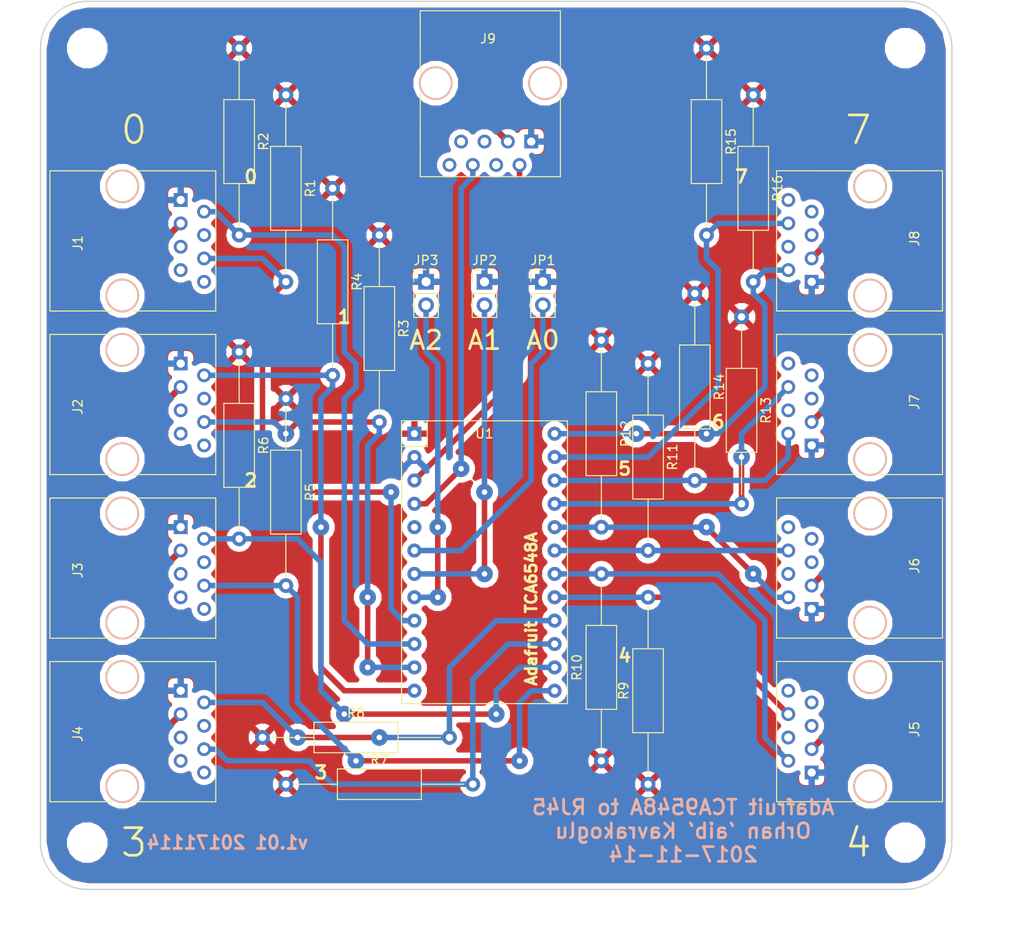
<source format=kicad_pcb>
(kicad_pcb (version 4) (host pcbnew 4.0.7-e2-6376~58~ubuntu17.04.1)
  (layers (0 F.Cu signal) (31 B.Cu signal) (34 B.Paste user) (35 F.Paste user) (36 B.SilkS user) (37 F.SilkS user) (38 B.Mask user) (39 F.Mask user) (44 Edge.Cuts user))
  (net 0 "")
  (net 1 GND)
  (net 2 "Net-(J1-Pad2)")
  (net 3 VCC)
  (net 4 "Net-(J1-Pad4)")
  (net 5 "Net-(J1-Pad5)")
  (net 6 "Net-(J1-Pad6)")
  (net 7 "Net-(J1-Pad7)")
  (net 8 "Net-(J1-Pad8)")
  (net 9 "Net-(J2-Pad2)")
  (net 10 "Net-(J2-Pad4)")
  (net 11 "Net-(J2-Pad5)")
  (net 12 "Net-(J2-Pad6)")
  (net 13 "Net-(J2-Pad7)")
  (net 14 "Net-(J2-Pad8)")
  (net 15 "Net-(J3-Pad2)")
  (net 16 "Net-(J3-Pad4)")
  (net 17 "Net-(J3-Pad5)")
  (net 18 "Net-(J3-Pad6)")
  (net 19 "Net-(J3-Pad7)")
  (net 20 "Net-(J3-Pad8)")
  (net 21 "Net-(J4-Pad2)")
  (net 22 "Net-(J4-Pad4)")
  (net 23 "Net-(J4-Pad5)")
  (net 24 "Net-(J4-Pad6)")
  (net 25 "Net-(J4-Pad7)")
  (net 26 "Net-(J4-Pad8)")
  (net 27 "Net-(J5-Pad2)")
  (net 28 "Net-(J5-Pad4)")
  (net 29 "Net-(J5-Pad5)")
  (net 30 "Net-(J5-Pad6)")
  (net 31 "Net-(J5-Pad7)")
  (net 32 "Net-(J5-Pad8)")
  (net 33 "Net-(J6-Pad2)")
  (net 34 "Net-(J6-Pad4)")
  (net 35 "Net-(J6-Pad5)")
  (net 36 "Net-(J6-Pad6)")
  (net 37 "Net-(J6-Pad7)")
  (net 38 "Net-(J6-Pad8)")
  (net 39 "Net-(J7-Pad2)")
  (net 40 "Net-(J7-Pad4)")
  (net 41 "Net-(J7-Pad5)")
  (net 42 "Net-(J7-Pad6)")
  (net 43 "Net-(J7-Pad7)")
  (net 44 "Net-(J7-Pad8)")
  (net 45 "Net-(J8-Pad2)")
  (net 46 "Net-(J8-Pad4)")
  (net 47 "Net-(J8-Pad5)")
  (net 48 "Net-(J8-Pad6)")
  (net 49 "Net-(J8-Pad7)")
  (net 50 "Net-(J8-Pad8)")
  (net 51 "Net-(J9-Pad2)")
  (net 52 "Net-(J9-Pad4)")
  (net 53 "Net-(J9-Pad5)")
  (net 54 "Net-(J9-Pad6)")
  (net 55 "Net-(J9-Pad7)")
  (net 56 "Net-(J9-Pad8)")
  (net 57 "Net-(JP1-Pad2)")
  (net 58 "Net-(JP2-Pad2)")
  (net 59 "Net-(JP3-Pad2)")
  (net 60 "Net-(U1-Pad5)")
  (module Adafruit_TCA9548A:Adafruit_TCA9548A (layer F.Cu) (at 130.81 96.52)
    (fp_text reference U1 (at 7.62 0) (layer F.SilkS))
    (fp_text value Adafruit_TCA6548A)
    (pad 1 thru_hole rect (at 0 0) (size 1.524 1.524) (drill 0.762) (layers *.Cu *.Mask) (net 3 VCC))
    (pad 2 thru_hole circle (at 0 2.54) (size 1.524 1.524) (drill 0.762) (layers *.Cu *.Mask) (net 1 GND))
    (pad 3 thru_hole circle (at 0 5.08) (size 1.524 1.524) (drill 0.762) (layers *.Cu *.Mask) (net 51 "Net-(J9-Pad2)"))
    (pad 4 thru_hole circle (at 0 7.62) (size 1.524 1.524) (drill 0.762) (layers *.Cu *.Mask) (net 54 "Net-(J9-Pad6)"))
    (pad 5 thru_hole circle (at 0 10.16) (size 1.524 1.524) (drill 0.762) (layers *.Cu *.Mask) (net 60 "Net-(U1-Pad5)"))
    (pad 6 thru_hole circle (at 0 12.7) (size 1.524 1.524) (drill 0.762) (layers *.Cu *.Mask) (net 57 "Net-(JP1-Pad2)"))
    (pad 7 thru_hole circle (at 0 15.24) (size 1.524 1.524) (drill 0.762) (layers *.Cu *.Mask) (net 58 "Net-(JP2-Pad2)"))
    (pad 8 thru_hole circle (at 0 17.78) (size 1.524 1.524) (drill 0.762) (layers *.Cu *.Mask) (net 59 "Net-(JP3-Pad2)"))
    (pad 9 thru_hole circle (at 0 20.32) (size 1.524 1.524) (drill 0.762) (layers *.Cu *.Mask) (net 6 "Net-(J1-Pad6)"))
    (pad 10 thru_hole circle (at 0 22.86) (size 1.524 1.524) (drill 0.762) (layers *.Cu *.Mask) (net 2 "Net-(J1-Pad2)"))
    (pad 11 thru_hole circle (at 0 25.4) (size 1.524 1.524) (drill 0.762) (layers *.Cu *.Mask) (net 12 "Net-(J2-Pad6)"))
    (pad 12 thru_hole circle (at 0 27.94) (size 1.524 1.524) (drill 0.762) (layers *.Cu *.Mask) (net 9 "Net-(J2-Pad2)"))
    (pad 13 thru_hole circle (at 15.24 27.94) (size 1.524 1.524) (drill 0.762) (layers *.Cu *.Mask) (net 18 "Net-(J3-Pad6)"))
    (pad 14 thru_hole circle (at 15.24 25.4) (size 1.524 1.524) (drill 0.762) (layers *.Cu *.Mask) (net 15 "Net-(J3-Pad2)"))
    (pad 15 thru_hole circle (at 15.24 22.86) (size 1.524 1.524) (drill 0.762) (layers *.Cu *.Mask) (net 24 "Net-(J4-Pad6)"))
    (pad 16 thru_hole circle (at 15.24 20.32) (size 1.524 1.524) (drill 0.762) (layers *.Cu *.Mask) (net 21 "Net-(J4-Pad2)"))
    (pad 17 thru_hole circle (at 15.24 17.78) (size 1.524 1.524) (drill 0.762) (layers *.Cu *.Mask) (net 30 "Net-(J5-Pad6)"))
    (pad 18 thru_hole circle (at 15.24 15.24) (size 1.524 1.524) (drill 0.762) (layers *.Cu *.Mask) (net 27 "Net-(J5-Pad2)"))
    (pad 19 thru_hole circle (at 15.24 12.7) (size 1.524 1.524) (drill 0.762) (layers *.Cu *.Mask) (net 36 "Net-(J6-Pad6)"))
    (pad 20 thru_hole circle (at 15.24 10.16) (size 1.524 1.524) (drill 0.762) (layers *.Cu *.Mask) (net 33 "Net-(J6-Pad2)"))
    (pad 21 thru_hole circle (at 15.24 7.62) (size 1.524 1.524) (drill 0.762) (layers *.Cu *.Mask) (net 42 "Net-(J7-Pad6)"))
    (pad 22 thru_hole circle (at 15.24 5.08) (size 1.524 1.524) (drill 0.762) (layers *.Cu *.Mask) (net 39 "Net-(J7-Pad2)"))
    (pad 23 thru_hole circle (at 15.24 2.54) (size 1.524 1.524) (drill 0.762) (layers *.Cu *.Mask) (net 48 "Net-(J8-Pad6)"))
    (pad 24 thru_hole circle (at 15.24 0) (size 1.524 1.524) (drill 0.762) (layers *.Cu *.Mask) (net 45 "Net-(J8-Pad2)"))
  )
  (module Resistors_THT:R_Axial_DIN0309_L9.0mm_D3.2mm_P20.32mm_Horizontal (layer F.Cu) (at 116.84 59.69 270)
    (fp_text reference R1 (at 10.16 -2.66 270) (layer F.SilkS))
    (fp_text value R_Small)
    (pad 1 thru_hole circle (at 0 0 270) (size 1.6 1.6) (drill 0.8) (layers *.Cu *.Mask) (net 3 VCC))
    (pad 2 thru_hole oval (at 20.32 0 270) (size 1.6 1.6) (drill 0.8) (layers *.Cu *.Mask) (net 6 "Net-(J1-Pad6)"))
  )
  (module Resistors_THT:R_Axial_DIN0309_L9.0mm_D3.2mm_P20.32mm_Horizontal (layer F.Cu) (at 167.64 59.69 270)
    (fp_text reference R16 (at 10.16 -2.66 270) (layer F.SilkS))
    (fp_text value R_Small)
    (pad 1 thru_hole circle (at 0 0 270) (size 1.6 1.6) (drill 0.8) (layers *.Cu *.Mask) (net 3 VCC))
    (pad 2 thru_hole oval (at 20.32 0 270) (size 1.6 1.6) (drill 0.8) (layers *.Cu *.Mask) (net 45 "Net-(J8-Pad2)"))
  )
  (module Resistors_THT:R_Axial_DIN0309_L9.0mm_D3.2mm_P20.32mm_Horizontal (layer F.Cu) (at 166.37 83.82 270)
    (fp_text reference R13 (at 10.16 -2.66 270) (layer F.SilkS))
    (fp_text value R_Small)
    (pad 1 thru_hole circle (at 0 0 270) (size 1.6 1.6) (drill 0.8) (layers *.Cu *.Mask) (net 3 VCC))
    (pad 2 thru_hole oval (at 20.32 0 270) (size 1.6 1.6) (drill 0.8) (layers *.Cu *.Mask) (net 42 "Net-(J7-Pad6)"))
  )
  (module Connectors:RJ45_8 (layer F.Cu) (at 105.41 71.12 270)
    (fp_text reference J1 (at 4.7 11.18 270) (layer F.SilkS))
    (fp_text value RJ45)
    (pad Hole np_thru_hole circle (at 10.38 6.35 270) (size 3.65 3.65) (drill 3.25) (layers *.Cu *.SilkS *.Mask))
    (pad Hole np_thru_hole circle (at -1.49 6.35 270) (size 3.65 3.65) (drill 3.25) (layers *.Cu *.SilkS *.Mask))
    (pad 1 thru_hole rect (at 0 0 270) (size 1.5 1.5) (drill 0.9) (layers *.Cu *.Mask) (net 1 GND))
    (pad 2 thru_hole circle (at 1.27 -2.54 270) (size 1.5 1.5) (drill 0.9) (layers *.Cu *.Mask) (net 2 "Net-(J1-Pad2)"))
    (pad 3 thru_hole circle (at 2.54 0 270) (size 1.5 1.5) (drill 0.9) (layers *.Cu *.Mask) (net 3 VCC))
    (pad 4 thru_hole circle (at 3.81 -2.54 270) (size 1.5 1.5) (drill 0.9) (layers *.Cu *.Mask) (net 4 "Net-(J1-Pad4)"))
    (pad 5 thru_hole circle (at 5.08 0 270) (size 1.5 1.5) (drill 0.9) (layers *.Cu *.Mask) (net 5 "Net-(J1-Pad5)"))
    (pad 6 thru_hole circle (at 6.35 -2.54 270) (size 1.5 1.5) (drill 0.9) (layers *.Cu *.Mask) (net 6 "Net-(J1-Pad6)"))
    (pad 7 thru_hole circle (at 7.62 0 270) (size 1.5 1.5) (drill 0.9) (layers *.Cu *.Mask) (net 7 "Net-(J1-Pad7)"))
    (pad 8 thru_hole circle (at 8.89 -2.54 270) (size 1.5 1.5) (drill 0.9) (layers *.Cu *.Mask) (net 8 "Net-(J1-Pad8)"))
  )
  (module Connectors:RJ45_8 (layer F.Cu) (at 105.41 88.9 270)
    (fp_text reference J2 (at 4.7 11.18 270) (layer F.SilkS))
    (fp_text value RJ45)
    (pad Hole np_thru_hole circle (at 10.38 6.35 270) (size 3.65 3.65) (drill 3.25) (layers *.Cu *.SilkS *.Mask))
    (pad Hole np_thru_hole circle (at -1.49 6.35 270) (size 3.65 3.65) (drill 3.25) (layers *.Cu *.SilkS *.Mask))
    (pad 1 thru_hole rect (at 0 0 270) (size 1.5 1.5) (drill 0.9) (layers *.Cu *.Mask) (net 1 GND))
    (pad 2 thru_hole circle (at 1.27 -2.54 270) (size 1.5 1.5) (drill 0.9) (layers *.Cu *.Mask) (net 9 "Net-(J2-Pad2)"))
    (pad 3 thru_hole circle (at 2.54 0 270) (size 1.5 1.5) (drill 0.9) (layers *.Cu *.Mask) (net 3 VCC))
    (pad 4 thru_hole circle (at 3.81 -2.54 270) (size 1.5 1.5) (drill 0.9) (layers *.Cu *.Mask) (net 10 "Net-(J2-Pad4)"))
    (pad 5 thru_hole circle (at 5.08 0 270) (size 1.5 1.5) (drill 0.9) (layers *.Cu *.Mask) (net 11 "Net-(J2-Pad5)"))
    (pad 6 thru_hole circle (at 6.35 -2.54 270) (size 1.5 1.5) (drill 0.9) (layers *.Cu *.Mask) (net 12 "Net-(J2-Pad6)"))
    (pad 7 thru_hole circle (at 7.62 0 270) (size 1.5 1.5) (drill 0.9) (layers *.Cu *.Mask) (net 13 "Net-(J2-Pad7)"))
    (pad 8 thru_hole circle (at 8.89 -2.54 270) (size 1.5 1.5) (drill 0.9) (layers *.Cu *.Mask) (net 14 "Net-(J2-Pad8)"))
  )
  (module Connectors:RJ45_8 (layer F.Cu) (at 105.41 106.68 270)
    (fp_text reference J3 (at 4.7 11.18 270) (layer F.SilkS))
    (fp_text value RJ45)
    (pad Hole np_thru_hole circle (at 10.38 6.35 270) (size 3.65 3.65) (drill 3.25) (layers *.Cu *.SilkS *.Mask))
    (pad Hole np_thru_hole circle (at -1.49 6.35 270) (size 3.65 3.65) (drill 3.25) (layers *.Cu *.SilkS *.Mask))
    (pad 1 thru_hole rect (at 0 0 270) (size 1.5 1.5) (drill 0.9) (layers *.Cu *.Mask) (net 1 GND))
    (pad 2 thru_hole circle (at 1.27 -2.54 270) (size 1.5 1.5) (drill 0.9) (layers *.Cu *.Mask) (net 15 "Net-(J3-Pad2)"))
    (pad 3 thru_hole circle (at 2.54 0 270) (size 1.5 1.5) (drill 0.9) (layers *.Cu *.Mask) (net 3 VCC))
    (pad 4 thru_hole circle (at 3.81 -2.54 270) (size 1.5 1.5) (drill 0.9) (layers *.Cu *.Mask) (net 16 "Net-(J3-Pad4)"))
    (pad 5 thru_hole circle (at 5.08 0 270) (size 1.5 1.5) (drill 0.9) (layers *.Cu *.Mask) (net 17 "Net-(J3-Pad5)"))
    (pad 6 thru_hole circle (at 6.35 -2.54 270) (size 1.5 1.5) (drill 0.9) (layers *.Cu *.Mask) (net 18 "Net-(J3-Pad6)"))
    (pad 7 thru_hole circle (at 7.62 0 270) (size 1.5 1.5) (drill 0.9) (layers *.Cu *.Mask) (net 19 "Net-(J3-Pad7)"))
    (pad 8 thru_hole circle (at 8.89 -2.54 270) (size 1.5 1.5) (drill 0.9) (layers *.Cu *.Mask) (net 20 "Net-(J3-Pad8)"))
  )
  (module Connectors:RJ45_8 (layer F.Cu) (at 105.41 124.46 270)
    (fp_text reference J4 (at 4.7 11.18 270) (layer F.SilkS))
    (fp_text value RJ45)
    (pad Hole np_thru_hole circle (at 10.38 6.35 270) (size 3.65 3.65) (drill 3.25) (layers *.Cu *.SilkS *.Mask))
    (pad Hole np_thru_hole circle (at -1.49 6.35 270) (size 3.65 3.65) (drill 3.25) (layers *.Cu *.SilkS *.Mask))
    (pad 1 thru_hole rect (at 0 0 270) (size 1.5 1.5) (drill 0.9) (layers *.Cu *.Mask) (net 1 GND))
    (pad 2 thru_hole circle (at 1.27 -2.54 270) (size 1.5 1.5) (drill 0.9) (layers *.Cu *.Mask) (net 21 "Net-(J4-Pad2)"))
    (pad 3 thru_hole circle (at 2.54 0 270) (size 1.5 1.5) (drill 0.9) (layers *.Cu *.Mask) (net 3 VCC))
    (pad 4 thru_hole circle (at 3.81 -2.54 270) (size 1.5 1.5) (drill 0.9) (layers *.Cu *.Mask) (net 22 "Net-(J4-Pad4)"))
    (pad 5 thru_hole circle (at 5.08 0 270) (size 1.5 1.5) (drill 0.9) (layers *.Cu *.Mask) (net 23 "Net-(J4-Pad5)"))
    (pad 6 thru_hole circle (at 6.35 -2.54 270) (size 1.5 1.5) (drill 0.9) (layers *.Cu *.Mask) (net 24 "Net-(J4-Pad6)"))
    (pad 7 thru_hole circle (at 7.62 0 270) (size 1.5 1.5) (drill 0.9) (layers *.Cu *.Mask) (net 25 "Net-(J4-Pad7)"))
    (pad 8 thru_hole circle (at 8.89 -2.54 270) (size 1.5 1.5) (drill 0.9) (layers *.Cu *.Mask) (net 26 "Net-(J4-Pad8)"))
  )
  (module Connectors:RJ45_8 (layer F.Cu) (at 173.99 133.35 90)
    (fp_text reference J5 (at 4.7 11.18 90) (layer F.SilkS))
    (fp_text value RJ45)
    (pad Hole np_thru_hole circle (at 10.38 6.35 90) (size 3.65 3.65) (drill 3.25) (layers *.Cu *.SilkS *.Mask))
    (pad Hole np_thru_hole circle (at -1.49 6.35 90) (size 3.65 3.65) (drill 3.25) (layers *.Cu *.SilkS *.Mask))
    (pad 1 thru_hole rect (at 0 0 90) (size 1.5 1.5) (drill 0.9) (layers *.Cu *.Mask) (net 1 GND))
    (pad 2 thru_hole circle (at 1.27 -2.54 90) (size 1.5 1.5) (drill 0.9) (layers *.Cu *.Mask) (net 27 "Net-(J5-Pad2)"))
    (pad 3 thru_hole circle (at 2.54 0 90) (size 1.5 1.5) (drill 0.9) (layers *.Cu *.Mask) (net 3 VCC))
    (pad 4 thru_hole circle (at 3.81 -2.54 90) (size 1.5 1.5) (drill 0.9) (layers *.Cu *.Mask) (net 28 "Net-(J5-Pad4)"))
    (pad 5 thru_hole circle (at 5.08 0 90) (size 1.5 1.5) (drill 0.9) (layers *.Cu *.Mask) (net 29 "Net-(J5-Pad5)"))
    (pad 6 thru_hole circle (at 6.35 -2.54 90) (size 1.5 1.5) (drill 0.9) (layers *.Cu *.Mask) (net 30 "Net-(J5-Pad6)"))
    (pad 7 thru_hole circle (at 7.62 0 90) (size 1.5 1.5) (drill 0.9) (layers *.Cu *.Mask) (net 31 "Net-(J5-Pad7)"))
    (pad 8 thru_hole circle (at 8.89 -2.54 90) (size 1.5 1.5) (drill 0.9) (layers *.Cu *.Mask) (net 32 "Net-(J5-Pad8)"))
  )
  (module Connectors:RJ45_8 (layer F.Cu) (at 173.99 115.57 90)
    (fp_text reference J6 (at 4.7 11.18 90) (layer F.SilkS))
    (fp_text value RJ45)
    (pad Hole np_thru_hole circle (at 10.38 6.35 90) (size 3.65 3.65) (drill 3.25) (layers *.Cu *.SilkS *.Mask))
    (pad Hole np_thru_hole circle (at -1.49 6.35 90) (size 3.65 3.65) (drill 3.25) (layers *.Cu *.SilkS *.Mask))
    (pad 1 thru_hole rect (at 0 0 90) (size 1.5 1.5) (drill 0.9) (layers *.Cu *.Mask) (net 1 GND))
    (pad 2 thru_hole circle (at 1.27 -2.54 90) (size 1.5 1.5) (drill 0.9) (layers *.Cu *.Mask) (net 33 "Net-(J6-Pad2)"))
    (pad 3 thru_hole circle (at 2.54 0 90) (size 1.5 1.5) (drill 0.9) (layers *.Cu *.Mask) (net 3 VCC))
    (pad 4 thru_hole circle (at 3.81 -2.54 90) (size 1.5 1.5) (drill 0.9) (layers *.Cu *.Mask) (net 34 "Net-(J6-Pad4)"))
    (pad 5 thru_hole circle (at 5.08 0 90) (size 1.5 1.5) (drill 0.9) (layers *.Cu *.Mask) (net 35 "Net-(J6-Pad5)"))
    (pad 6 thru_hole circle (at 6.35 -2.54 90) (size 1.5 1.5) (drill 0.9) (layers *.Cu *.Mask) (net 36 "Net-(J6-Pad6)"))
    (pad 7 thru_hole circle (at 7.62 0 90) (size 1.5 1.5) (drill 0.9) (layers *.Cu *.Mask) (net 37 "Net-(J6-Pad7)"))
    (pad 8 thru_hole circle (at 8.89 -2.54 90) (size 1.5 1.5) (drill 0.9) (layers *.Cu *.Mask) (net 38 "Net-(J6-Pad8)"))
  )
  (module Connectors:RJ45_8 (layer F.Cu) (at 173.99 97.79 90)
    (fp_text reference J7 (at 4.7 11.18 90) (layer F.SilkS))
    (fp_text value RJ45)
    (pad Hole np_thru_hole circle (at 10.38 6.35 90) (size 3.65 3.65) (drill 3.25) (layers *.Cu *.SilkS *.Mask))
    (pad Hole np_thru_hole circle (at -1.49 6.35 90) (size 3.65 3.65) (drill 3.25) (layers *.Cu *.SilkS *.Mask))
    (pad 1 thru_hole rect (at 0 0 90) (size 1.5 1.5) (drill 0.9) (layers *.Cu *.Mask) (net 1 GND))
    (pad 2 thru_hole circle (at 1.27 -2.54 90) (size 1.5 1.5) (drill 0.9) (layers *.Cu *.Mask) (net 39 "Net-(J7-Pad2)"))
    (pad 3 thru_hole circle (at 2.54 0 90) (size 1.5 1.5) (drill 0.9) (layers *.Cu *.Mask) (net 3 VCC))
    (pad 4 thru_hole circle (at 3.81 -2.54 90) (size 1.5 1.5) (drill 0.9) (layers *.Cu *.Mask) (net 40 "Net-(J7-Pad4)"))
    (pad 5 thru_hole circle (at 5.08 0 90) (size 1.5 1.5) (drill 0.9) (layers *.Cu *.Mask) (net 41 "Net-(J7-Pad5)"))
    (pad 6 thru_hole circle (at 6.35 -2.54 90) (size 1.5 1.5) (drill 0.9) (layers *.Cu *.Mask) (net 42 "Net-(J7-Pad6)"))
    (pad 7 thru_hole circle (at 7.62 0 90) (size 1.5 1.5) (drill 0.9) (layers *.Cu *.Mask) (net 43 "Net-(J7-Pad7)"))
    (pad 8 thru_hole circle (at 8.89 -2.54 90) (size 1.5 1.5) (drill 0.9) (layers *.Cu *.Mask) (net 44 "Net-(J7-Pad8)"))
  )
  (module Connectors:RJ45_8 (layer F.Cu) (at 173.99 80.01 90)
    (fp_text reference J8 (at 4.7 11.18 90) (layer F.SilkS))
    (fp_text value RJ45)
    (pad Hole np_thru_hole circle (at 10.38 6.35 90) (size 3.65 3.65) (drill 3.25) (layers *.Cu *.SilkS *.Mask))
    (pad Hole np_thru_hole circle (at -1.49 6.35 90) (size 3.65 3.65) (drill 3.25) (layers *.Cu *.SilkS *.Mask))
    (pad 1 thru_hole rect (at 0 0 90) (size 1.5 1.5) (drill 0.9) (layers *.Cu *.Mask) (net 1 GND))
    (pad 2 thru_hole circle (at 1.27 -2.54 90) (size 1.5 1.5) (drill 0.9) (layers *.Cu *.Mask) (net 45 "Net-(J8-Pad2)"))
    (pad 3 thru_hole circle (at 2.54 0 90) (size 1.5 1.5) (drill 0.9) (layers *.Cu *.Mask) (net 3 VCC))
    (pad 4 thru_hole circle (at 3.81 -2.54 90) (size 1.5 1.5) (drill 0.9) (layers *.Cu *.Mask) (net 46 "Net-(J8-Pad4)"))
    (pad 5 thru_hole circle (at 5.08 0 90) (size 1.5 1.5) (drill 0.9) (layers *.Cu *.Mask) (net 47 "Net-(J8-Pad5)"))
    (pad 6 thru_hole circle (at 6.35 -2.54 90) (size 1.5 1.5) (drill 0.9) (layers *.Cu *.Mask) (net 48 "Net-(J8-Pad6)"))
    (pad 7 thru_hole circle (at 7.62 0 90) (size 1.5 1.5) (drill 0.9) (layers *.Cu *.Mask) (net 49 "Net-(J8-Pad7)"))
    (pad 8 thru_hole circle (at 8.89 -2.54 90) (size 1.5 1.5) (drill 0.9) (layers *.Cu *.Mask) (net 50 "Net-(J8-Pad8)"))
  )
  (module Connectors:RJ45_8 (layer F.Cu) (at 143.51 64.77 180)
    (fp_text reference J9 (at 4.7 11.18 180) (layer F.SilkS))
    (fp_text value RJ45)
    (pad Hole np_thru_hole circle (at 10.38 6.35 180) (size 3.65 3.65) (drill 3.25) (layers *.Cu *.SilkS *.Mask))
    (pad Hole np_thru_hole circle (at -1.49 6.35 180) (size 3.65 3.65) (drill 3.25) (layers *.Cu *.SilkS *.Mask))
    (pad 1 thru_hole rect (at 0 0 180) (size 1.5 1.5) (drill 0.9) (layers *.Cu *.Mask) (net 1 GND))
    (pad 2 thru_hole circle (at 1.27 -2.54 180) (size 1.5 1.5) (drill 0.9) (layers *.Cu *.Mask) (net 51 "Net-(J9-Pad2)"))
    (pad 3 thru_hole circle (at 2.54 0 180) (size 1.5 1.5) (drill 0.9) (layers *.Cu *.Mask) (net 3 VCC))
    (pad 4 thru_hole circle (at 3.81 -2.54 180) (size 1.5 1.5) (drill 0.9) (layers *.Cu *.Mask) (net 52 "Net-(J9-Pad4)"))
    (pad 5 thru_hole circle (at 5.08 0 180) (size 1.5 1.5) (drill 0.9) (layers *.Cu *.Mask) (net 53 "Net-(J9-Pad5)"))
    (pad 6 thru_hole circle (at 6.35 -2.54 180) (size 1.5 1.5) (drill 0.9) (layers *.Cu *.Mask) (net 54 "Net-(J9-Pad6)"))
    (pad 7 thru_hole circle (at 7.62 0 180) (size 1.5 1.5) (drill 0.9) (layers *.Cu *.Mask) (net 55 "Net-(J9-Pad7)"))
    (pad 8 thru_hole circle (at 8.89 -2.54 180) (size 1.5 1.5) (drill 0.9) (layers *.Cu *.Mask) (net 56 "Net-(J9-Pad8)"))
  )
  (module Pin_Headers:Pin_Header_Straight_1x02_Pitch2.54mm (layer F.Cu) (at 144.78 80.01)
    (fp_text reference JP1 (at 0 -2.33) (layer F.SilkS))
    (fp_text value Jumper_NO_Small)
    (pad 1 thru_hole rect (at 0 0) (size 1.7 1.7) (drill 1) (layers *.Cu *.Mask) (net 1 GND))
    (pad 2 thru_hole oval (at 0 2.54) (size 1.7 1.7) (drill 1) (layers *.Cu *.Mask) (net 57 "Net-(JP1-Pad2)"))
  )
  (module Pin_Headers:Pin_Header_Straight_1x02_Pitch2.54mm (layer F.Cu) (at 138.43 80.01)
    (fp_text reference JP2 (at 0 -2.33) (layer F.SilkS))
    (fp_text value Jumper_NO_Small)
    (pad 1 thru_hole rect (at 0 0) (size 1.7 1.7) (drill 1) (layers *.Cu *.Mask) (net 1 GND))
    (pad 2 thru_hole oval (at 0 2.54) (size 1.7 1.7) (drill 1) (layers *.Cu *.Mask) (net 58 "Net-(JP2-Pad2)"))
  )
  (module Pin_Headers:Pin_Header_Straight_1x02_Pitch2.54mm (layer F.Cu) (at 132.08 80.01)
    (fp_text reference JP3 (at 0 -2.33) (layer F.SilkS))
    (fp_text value Jumper_NO_Small)
    (pad 1 thru_hole rect (at 0 0) (size 1.7 1.7) (drill 1) (layers *.Cu *.Mask) (net 1 GND))
    (pad 2 thru_hole oval (at 0 2.54) (size 1.7 1.7) (drill 1) (layers *.Cu *.Mask) (net 59 "Net-(JP3-Pad2)"))
  )
  (module Resistors_THT:R_Axial_DIN0309_L9.0mm_D3.2mm_P20.32mm_Horizontal (layer F.Cu) (at 111.76 54.61 270)
    (fp_text reference R2 (at 10.16 -2.66 270) (layer F.SilkS))
    (fp_text value R_Small)
    (pad 1 thru_hole circle (at 0 0 270) (size 1.6 1.6) (drill 0.8) (layers *.Cu *.Mask) (net 3 VCC))
    (pad 2 thru_hole oval (at 20.32 0 270) (size 1.6 1.6) (drill 0.8) (layers *.Cu *.Mask) (net 2 "Net-(J1-Pad2)"))
  )
  (module Resistors_THT:R_Axial_DIN0309_L9.0mm_D3.2mm_P20.32mm_Horizontal (layer F.Cu) (at 127 74.93 270)
    (fp_text reference R3 (at 10.16 -2.66 270) (layer F.SilkS))
    (fp_text value R_Small)
    (pad 1 thru_hole circle (at 0 0 270) (size 1.6 1.6) (drill 0.8) (layers *.Cu *.Mask) (net 3 VCC))
    (pad 2 thru_hole oval (at 20.32 0 270) (size 1.6 1.6) (drill 0.8) (layers *.Cu *.Mask) (net 12 "Net-(J2-Pad6)"))
  )
  (module Resistors_THT:R_Axial_DIN0309_L9.0mm_D3.2mm_P20.32mm_Horizontal (layer F.Cu) (at 121.92 69.85 270)
    (fp_text reference R4 (at 10.16 -2.66 270) (layer F.SilkS))
    (fp_text value R_Small)
    (pad 1 thru_hole circle (at 0 0 270) (size 1.6 1.6) (drill 0.8) (layers *.Cu *.Mask) (net 3 VCC))
    (pad 2 thru_hole oval (at 20.32 0 270) (size 1.6 1.6) (drill 0.8) (layers *.Cu *.Mask) (net 9 "Net-(J2-Pad2)"))
  )
  (module Resistors_THT:R_Axial_DIN0309_L9.0mm_D3.2mm_P20.32mm_Horizontal (layer F.Cu) (at 116.84 92.71 270)
    (fp_text reference R5 (at 10.16 -2.66 270) (layer F.SilkS))
    (fp_text value R_Small)
    (pad 1 thru_hole circle (at 0 0 270) (size 1.6 1.6) (drill 0.8) (layers *.Cu *.Mask) (net 3 VCC))
    (pad 2 thru_hole oval (at 20.32 0 270) (size 1.6 1.6) (drill 0.8) (layers *.Cu *.Mask) (net 18 "Net-(J3-Pad6)"))
  )
  (module Resistors_THT:R_Axial_DIN0309_L9.0mm_D3.2mm_P20.32mm_Horizontal (layer F.Cu) (at 111.76 87.63 270)
    (fp_text reference R6 (at 10.16 -2.66 270) (layer F.SilkS))
    (fp_text value R_Small)
    (pad 1 thru_hole circle (at 0 0 270) (size 1.6 1.6) (drill 0.8) (layers *.Cu *.Mask) (net 3 VCC))
    (pad 2 thru_hole oval (at 20.32 0 270) (size 1.6 1.6) (drill 0.8) (layers *.Cu *.Mask) (net 15 "Net-(J3-Pad2)"))
  )
  (module Resistors_THT:R_Axial_DIN0309_L9.0mm_D3.2mm_P20.32mm_Horizontal (layer F.Cu) (at 116.84 134.62)
    (fp_text reference R7 (at 10.16 -2.66) (layer F.SilkS))
    (fp_text value R_Small)
    (pad 1 thru_hole circle (at 0 0) (size 1.6 1.6) (drill 0.8) (layers *.Cu *.Mask) (net 3 VCC))
    (pad 2 thru_hole oval (at 20.32 0) (size 1.6 1.6) (drill 0.8) (layers *.Cu *.Mask) (net 24 "Net-(J4-Pad6)"))
  )
  (module Resistors_THT:R_Axial_DIN0309_L9.0mm_D3.2mm_P20.32mm_Horizontal (layer F.Cu) (at 114.3 129.54)
    (fp_text reference R8 (at 10.16 -2.66) (layer F.SilkS))
    (fp_text value R_Small)
    (pad 1 thru_hole circle (at 0 0) (size 1.6 1.6) (drill 0.8) (layers *.Cu *.Mask) (net 3 VCC))
    (pad 2 thru_hole oval (at 20.32 0) (size 1.6 1.6) (drill 0.8) (layers *.Cu *.Mask) (net 21 "Net-(J4-Pad2)"))
  )
  (module Resistors_THT:R_Axial_DIN0309_L9.0mm_D3.2mm_P20.32mm_Horizontal (layer F.Cu) (at 156.21 134.62 90)
    (fp_text reference R9 (at 10.16 -2.66 90) (layer F.SilkS))
    (fp_text value R_Small)
    (pad 1 thru_hole circle (at 0 0 90) (size 1.6 1.6) (drill 0.8) (layers *.Cu *.Mask) (net 3 VCC))
    (pad 2 thru_hole oval (at 20.32 0 90) (size 1.6 1.6) (drill 0.8) (layers *.Cu *.Mask) (net 30 "Net-(J5-Pad6)"))
  )
  (module Resistors_THT:R_Axial_DIN0309_L9.0mm_D3.2mm_P20.32mm_Horizontal (layer F.Cu) (at 151.13 132.08 90)
    (fp_text reference R10 (at 10.16 -2.66 90) (layer F.SilkS))
    (fp_text value R_Small)
    (pad 1 thru_hole circle (at 0 0 90) (size 1.6 1.6) (drill 0.8) (layers *.Cu *.Mask) (net 3 VCC))
    (pad 2 thru_hole oval (at 20.32 0 90) (size 1.6 1.6) (drill 0.8) (layers *.Cu *.Mask) (net 27 "Net-(J5-Pad2)"))
  )
  (module Resistors_THT:R_Axial_DIN0309_L9.0mm_D3.2mm_P20.32mm_Horizontal (layer F.Cu) (at 156.21 88.9 270)
    (fp_text reference R11 (at 10.16 -2.66 270) (layer F.SilkS))
    (fp_text value R_Small)
    (pad 1 thru_hole circle (at 0 0 270) (size 1.6 1.6) (drill 0.8) (layers *.Cu *.Mask) (net 3 VCC))
    (pad 2 thru_hole oval (at 20.32 0 270) (size 1.6 1.6) (drill 0.8) (layers *.Cu *.Mask) (net 36 "Net-(J6-Pad6)"))
  )
  (module Resistors_THT:R_Axial_DIN0309_L9.0mm_D3.2mm_P20.32mm_Horizontal (layer F.Cu) (at 151.13 86.36 270)
    (fp_text reference R12 (at 10.16 -2.66 270) (layer F.SilkS))
    (fp_text value R_Small)
    (pad 1 thru_hole circle (at 0 0 270) (size 1.6 1.6) (drill 0.8) (layers *.Cu *.Mask) (net 3 VCC))
    (pad 2 thru_hole oval (at 20.32 0 270) (size 1.6 1.6) (drill 0.8) (layers *.Cu *.Mask) (net 33 "Net-(J6-Pad2)"))
  )
  (module Resistors_THT:R_Axial_DIN0309_L9.0mm_D3.2mm_P20.32mm_Horizontal (layer F.Cu) (at 161.29 81.28 270)
    (fp_text reference R14 (at 10.16 -2.66 270) (layer F.SilkS))
    (fp_text value R_Small)
    (pad 1 thru_hole circle (at 0 0 270) (size 1.6 1.6) (drill 0.8) (layers *.Cu *.Mask) (net 3 VCC))
    (pad 2 thru_hole oval (at 20.32 0 270) (size 1.6 1.6) (drill 0.8) (layers *.Cu *.Mask) (net 39 "Net-(J7-Pad2)"))
  )
  (module Resistors_THT:R_Axial_DIN0309_L9.0mm_D3.2mm_P20.32mm_Horizontal (layer F.Cu) (at 162.56 54.61 270)
    (fp_text reference R15 (at 10.16 -2.66 270) (layer F.SilkS))
    (fp_text value R_Small)
    (pad 1 thru_hole circle (at 0 0 270) (size 1.6 1.6) (drill 0.8) (layers *.Cu *.Mask) (net 3 VCC))
    (pad 2 thru_hole oval (at 20.32 0 270) (size 1.6 1.6) (drill 0.8) (layers *.Cu *.Mask) (net 48 "Net-(J8-Pad6)"))
  )
  (module Mounting_Holes:MountingHole_3.2mm_M3 (layer F.Cu) (at 184.15 140.97)
    (fp_text reference REF** hide)
    (fp_text value MountingHole_3.2mm_M3)
    (pad 1 np_thru_hole circle (at 0 0) (size 3.2 3.2) (drill 3.2) (layers *.Cu *.Mask))
  )
  (module Mounting_Holes:MountingHole_3.2mm_M3 (layer F.Cu) (at 95.25 140.97)
    (fp_text reference REF** hide)
    (fp_text value MountingHole_3.2mm_M3)
    (pad 1 np_thru_hole circle (at 0 0) (size 3.2 3.2) (drill 3.2) (layers *.Cu *.Mask))
  )
  (module Mounting_Holes:MountingHole_3.2mm_M3 (layer F.Cu) (at 184.15 54.61)
    (fp_text reference REF** hide)
    (fp_text value MountingHole_3.2mm_M3)
    (pad 1 np_thru_hole circle (at 0 0) (size 3.2 3.2) (drill 3.2) (layers *.Cu *.Mask))
  )
  (module Mounting_Holes:MountingHole_3.2mm_M3 (layer F.Cu) (at 95.25 54.61)
    (fp_text reference REF** hide)
    (fp_text value MountingHole_3.2mm_M3)
    (pad 1 np_thru_hole circle (at 0 0) (size 3.2 3.2) (drill 3.2) (layers *.Cu *.Mask))
  )
  (gr_text "Adafruit TCA6548A" (at 143.51 115.57 90) (layer F.SilkS) (effects (font (size 1.2 1.2) (thickness 0.3))))
  (gr_line (start 95.25 49.53) (end 184.15 49.53) (angle 90) (layer Edge.Cuts) (width 0.15))
  (gr_line (start 90.17 140.97) (end 90.17 54.61) (angle 90) (layer Edge.Cuts) (width 0.15))
  (gr_line (start 184.15 146.05) (end 95.25 146.05) (angle 90) (layer Edge.Cuts) (width 0.15))
  (gr_text 6 (at 163.83 95.25) (layer F.SilkS) (effects (font (size 1.4 1.4) (thickness 0.3))))
  (gr_text 7 (at 166.37 68.58) (layer F.SilkS) (effects (font (size 1.4 1.4) (thickness 0.3))))
  (gr_text 5 (at 153.67 100.33) (layer F.SilkS) (effects (font (size 1.4 1.4) (thickness 0.3))))
  (gr_text 4 (at 153.67 120.65) (layer F.SilkS) (effects (font (size 1.4 1.4) (thickness 0.3))))
  (gr_text 3 (at 120.65 133.35) (layer F.SilkS) (effects (font (size 1.4 1.4) (thickness 0.3))))
  (gr_text 2 (at 113.03 101.6) (layer F.SilkS) (effects (font (size 1.4 1.4) (thickness 0.3))))
  (gr_text 1 (at 123.19 83.82) (layer F.SilkS) (effects (font (size 1.4 1.4) (thickness 0.3))))
  (gr_text 0 (at 113.03 68.58) (layer F.SilkS) (effects (font (size 1.4 1.4) (thickness 0.3))))
  (gr_text "v1.01 20171114" (at 110.49 140.97) (layer B.SilkS) (effects (font (size 1.4 1.4) (thickness 0.3)) (justify mirror)))
  (gr_text "Adafruit TCA9548A to RJ45\nOrhan 'aib' Kavrakoglu\n2017-11-14" (at 160.02 139.7) (layer B.SilkS) (effects (font (size 1.6 1.6) (thickness 0.3)) (justify mirror)))
  (gr_text 4 (at 179.07 140.97) (layer F.SilkS) (effects (font (size 3 3) (thickness 0.3))))
  (gr_text 3 (at 100.33 140.97) (layer F.SilkS) (effects (font (size 3 3) (thickness 0.3))))
  (gr_text 7 (at 179.07 63.5) (layer F.SilkS) (effects (font (size 3 3) (thickness 0.3))))
  (gr_text 0 (at 100.33 63.5) (layer F.SilkS) (effects (font (size 3 3) (thickness 0.3))))
  (gr_line (start 189.23 54.61) (end 189.23 140.97) (angle 90) (layer Edge.Cuts) (width 0.15))
  (gr_arc (start 95.25 54.61) (end 90.17 54.61) (angle 90) (layer Edge.Cuts) (width 0.15))
  (gr_arc (start 184.15 54.61) (end 184.15 49.53) (angle 90) (layer Edge.Cuts) (width 0.15))
  (gr_arc (start 184.15 140.97) (end 189.23 140.97) (angle 90) (layer Edge.Cuts) (width 0.15))
  (gr_arc (start 95.25 140.97) (end 95.25 146.05) (angle 90) (layer Edge.Cuts) (width 0.15))
  (gr_text A2 (at 132.08 86.36) (layer F.SilkS) (effects (font (size 2 2) (thickness 0.3))))
  (gr_text A1 (at 138.43 86.36) (layer F.SilkS) (effects (font (size 2 2) (thickness 0.3))))
  (gr_text A0 (at 144.78 86.36) (layer F.SilkS) (effects (font (size 2 2) (thickness 0.3))))
  (segment (start 123.19 87.63) (end 124.46 88.9) (width 0.6) (layer B.Cu) (net 2))
  (segment (start 124.46 91.44) (end 123.19 92.71) (width 0.6) (layer B.Cu) (net 2))
  (segment (start 124.46 88.9) (end 124.46 91.44) (width 0.6) (layer B.Cu) (net 2))
  (segment (start 111.76 74.93) (end 113.03 74.93) (width 0.6) (layer B.Cu) (net 2))
  (segment (start 113.03 74.93) (end 121.92 74.93) (width 0.6) (layer B.Cu) (net 2))
  (segment (start 130.81 119.38) (end 125.73 119.38) (width 0.6) (layer B.Cu) (net 2))
  (segment (start 125.73 119.38) (end 123.19 116.84) (width 0.6) (layer B.Cu) (net 2))
  (segment (start 123.19 116.84) (end 123.19 92.71) (width 0.6) (layer B.Cu) (net 2))
  (segment (start 123.19 76.2) (end 121.92 74.93) (width 0.6) (layer B.Cu) (net 2))
  (segment (start 123.19 87.63) (end 123.19 76.2) (width 0.6) (layer B.Cu) (net 2))
  (segment (start 107.95 72.39) (end 109.22 72.39) (width 0.6) (layer B.Cu) (net 2))
  (segment (start 109.22 72.39) (end 111.76 74.93) (width 0.6) (layer B.Cu) (net 2))
  (segment (start 107.95 77.47) (end 114.3 77.47) (width 0.6) (layer B.Cu) (net 6))
  (segment (start 114.3 77.47) (end 116.84 80.01) (width 0.6) (layer B.Cu) (net 6))
  (segment (start 130.81 116.84) (end 129.54 116.84) (width 0.6) (layer B.Cu) (net 6))
  (segment (start 114.3 82.55) (end 116.84 80.01) (width 0.6) (layer F.Cu) (net 6))
  (segment (start 114.3 100.33) (end 114.3 82.55) (width 0.6) (layer F.Cu) (net 6))
  (segment (start 116.84 102.87) (end 114.3 100.33) (width 0.6) (layer F.Cu) (net 6))
  (via (at 128.27 102.87) (size 1.8) (drill 0.6) (layers F.Cu B.Cu) (net 6))
  (segment (start 116.84 102.87) (end 128.27 102.87) (width 0.6) (layer F.Cu) (net 6))
  (segment (start 128.27 115.57) (end 128.27 102.87) (width 0.6) (layer B.Cu) (net 6))
  (segment (start 129.54 116.84) (end 128.27 115.57) (width 0.6) (layer B.Cu) (net 6))
  (segment (start 121.92 90.17) (end 121.92 91.44) (width 0.6) (layer B.Cu) (net 9))
  (segment (start 121.92 91.44) (end 120.65 92.71) (width 0.6) (layer B.Cu) (net 9))
  (segment (start 107.95 90.17) (end 121.989998 90.17) (width 0.6) (layer B.Cu) (net 9))
  (segment (start 121.989998 90.17) (end 121.92 90.17) (width 0.6) (layer B.Cu) (net 9))
  (segment (start 120.65 92.71) (end 120.65 106.68) (width 0.6) (layer B.Cu) (net 9))
  (via (at 120.65 106.68) (size 1.8) (drill 0.6) (layers F.Cu B.Cu) (net 9))
  (segment (start 120.65 106.68) (end 120.65 121.92) (width 0.6) (layer F.Cu) (net 9))
  (segment (start 120.65 121.92) (end 123.19 124.46) (width 0.6) (layer F.Cu) (net 9))
  (segment (start 123.19 124.46) (end 130.81 124.46) (width 0.6) (layer F.Cu) (net 9))
  (segment (start 107.95 95.25) (end 115.57 95.25) (width 0.6) (layer B.Cu) (net 12))
  (segment (start 118.11 95.25) (end 127 95.25) (width 0.6) (layer F.Cu) (net 12))
  (segment (start 116.84 96.52) (end 118.11 95.25) (width 0.6) (layer F.Cu) (net 12))
  (via (at 116.84 96.52) (size 1.8) (drill 0.6) (layers F.Cu B.Cu) (net 12))
  (segment (start 115.57 95.25) (end 116.84 96.52) (width 0.6) (layer B.Cu) (net 12))
  (segment (start 127 95.25) (end 127 96.52) (width 0.6) (layer B.Cu) (net 12))
  (segment (start 127 96.52) (end 125.73 97.79) (width 0.6) (layer B.Cu) (net 12))
  (segment (start 130.81 121.92) (end 125.73 121.92) (width 0.6) (layer B.Cu) (net 12))
  (segment (start 125.73 114.3) (end 125.73 97.79) (width 0.6) (layer B.Cu) (net 12))
  (via (at 125.73 114.3) (size 1.8) (drill 0.6) (layers F.Cu B.Cu) (net 12))
  (segment (start 125.73 121.92) (end 125.73 114.3) (width 0.6) (layer F.Cu) (net 12))
  (via (at 125.73 121.92) (size 1.8) (drill 0.6) (layers F.Cu B.Cu) (net 12))
  (segment (start 107.95 107.95) (end 111.76 107.95) (width 0.6) (layer B.Cu) (net 15))
  (segment (start 123.19 127) (end 139.7 127) (width 0.6) (layer F.Cu) (net 15))
  (segment (start 139.7 124.46) (end 139.7 127) (width 0.6) (layer B.Cu) (net 15))
  (segment (start 142.24 121.92) (end 139.7 124.46) (width 0.6) (layer B.Cu) (net 15))
  (segment (start 146.05 121.92) (end 142.24 121.92) (width 0.6) (layer B.Cu) (net 15))
  (segment (start 118.11 107.95) (end 120.65 110.49) (width 0.6) (layer B.Cu) (net 15))
  (segment (start 120.65 110.49) (end 120.65 124.46) (width 0.6) (layer B.Cu) (net 15))
  (segment (start 120.65 124.46) (end 123.19 127) (width 0.6) (layer B.Cu) (net 15))
  (via (at 123.19 127) (size 1.8) (drill 0.6) (layers F.Cu B.Cu) (net 15))
  (via (at 139.7 127) (size 1.8) (drill 0.6) (layers F.Cu B.Cu) (net 15))
  (segment (start 111.76 107.95) (end 118.11 107.95) (width 0.6) (layer B.Cu) (net 15))
  (segment (start 107.95 113.03) (end 110.49 113.03) (width 0.6) (layer B.Cu) (net 18))
  (segment (start 115.57 113.03) (end 116.84 113.03) (width 0.6) (layer B.Cu) (net 18))
  (via (at 124.46 132.08) (size 1.8) (drill 0.6) (layers F.Cu B.Cu) (net 18))
  (segment (start 118.11 125.73) (end 124.46 132.08) (width 0.6) (layer B.Cu) (net 18))
  (segment (start 118.11 114.3) (end 118.11 125.73) (width 0.6) (layer B.Cu) (net 18))
  (segment (start 116.84 113.03) (end 118.11 114.3) (width 0.6) (layer B.Cu) (net 18))
  (segment (start 142.24 129.54) (end 142.24 132.08) (width 0.6) (layer B.Cu) (net 18))
  (via (at 142.24 132.08) (size 1.8) (drill 0.6) (layers F.Cu B.Cu) (net 18))
  (segment (start 142.24 132.08) (end 124.46 132.08) (width 0.6) (layer F.Cu) (net 18))
  (segment (start 146.05 124.46) (end 143.51 124.46) (width 0.6) (layer B.Cu) (net 18))
  (segment (start 142.24 125.73) (end 142.24 129.54) (width 0.6) (layer B.Cu) (net 18))
  (segment (start 143.51 124.46) (end 142.24 125.73) (width 0.6) (layer B.Cu) (net 18))
  (segment (start 110.49 113.03) (end 115.57 113.03) (width 0.6) (layer B.Cu) (net 18))
  (segment (start 107.95 125.73) (end 110.49 125.73) (width 0.6) (layer B.Cu) (net 21))
  (segment (start 134.62 129.54) (end 127 129.54) (width 0.6) (layer B.Cu) (net 21))
  (segment (start 114.3 125.73) (end 110.49 125.73) (width 0.6) (layer B.Cu) (net 21))
  (segment (start 118.11 129.54) (end 114.3 125.73) (width 0.6) (layer B.Cu) (net 21))
  (via (at 118.11 129.54) (size 1.8) (drill 0.6) (layers F.Cu B.Cu) (net 21))
  (segment (start 127 129.54) (end 118.11 129.54) (width 0.6) (layer F.Cu) (net 21))
  (via (at 127 129.54) (size 1.8) (drill 0.6) (layers F.Cu B.Cu) (net 21))
  (segment (start 146.05 116.84) (end 139.7 116.84) (width 0.6) (layer B.Cu) (net 21))
  (segment (start 134.62 121.92) (end 134.62 127) (width 0.6) (layer B.Cu) (net 21))
  (segment (start 134.62 127) (end 134.62 129.54) (width 0.6) (layer B.Cu) (net 21))
  (segment (start 139.7 116.84) (end 134.62 121.92) (width 0.6) (layer B.Cu) (net 21))
  (segment (start 107.95 130.81) (end 109.22 130.81) (width 0.6) (layer B.Cu) (net 24))
  (segment (start 109.22 130.81) (end 110.49 132.08) (width 0.6) (layer B.Cu) (net 24))
  (segment (start 121.92 134.62) (end 137.16 134.62) (width 0.6) (layer B.Cu) (net 24))
  (segment (start 119.38 132.08) (end 121.92 134.62) (width 0.6) (layer B.Cu) (net 24))
  (segment (start 110.49 132.08) (end 119.38 132.08) (width 0.6) (layer B.Cu) (net 24))
  (segment (start 137.16 134.62) (end 137.16 128.27) (width 0.6) (layer B.Cu) (net 24))
  (segment (start 146.05 119.38) (end 140.97 119.38) (width 0.6) (layer B.Cu) (net 24))
  (segment (start 137.16 123.19) (end 137.16 128.27) (width 0.6) (layer B.Cu) (net 24))
  (segment (start 140.97 119.38) (end 137.16 123.19) (width 0.6) (layer B.Cu) (net 24))
  (segment (start 137.16 128.27) (end 137.16 129.54) (width 0.6) (layer B.Cu) (net 24))
  (segment (start 151.13 111.76) (end 163.83 111.76) (width 0.6) (layer B.Cu) (net 27))
  (segment (start 168.91 129.54) (end 171.45 132.08) (width 0.6) (layer B.Cu) (net 27))
  (segment (start 168.91 116.84) (end 168.91 129.54) (width 0.6) (layer B.Cu) (net 27))
  (segment (start 163.83 111.76) (end 168.91 116.84) (width 0.6) (layer B.Cu) (net 27))
  (segment (start 146.05 111.76) (end 151.13 111.76) (width 0.6) (layer B.Cu) (net 27))
  (segment (start 158.75 114.3) (end 156.21 114.3) (width 0.6) (layer F.Cu) (net 30))
  (segment (start 171.45 127) (end 158.75 114.3) (width 0.6) (layer F.Cu) (net 30))
  (segment (start 156.21 114.3) (end 146.05 114.3) (width 0.6) (layer B.Cu) (net 30))
  (segment (start 171.45 114.3) (end 170.18 114.3) (width 0.6) (layer B.Cu) (net 33))
  (via (at 162.56 106.68) (size 1.8) (drill 0.6) (layers F.Cu B.Cu) (net 33))
  (segment (start 167.64 111.76) (end 162.56 106.68) (width 0.6) (layer F.Cu) (net 33))
  (via (at 167.64 111.76) (size 1.8) (drill 0.6) (layers F.Cu B.Cu) (net 33))
  (segment (start 170.18 114.3) (end 167.64 111.76) (width 0.6) (layer B.Cu) (net 33))
  (segment (start 162.56 106.68) (end 151.13 106.68) (width 0.6) (layer B.Cu) (net 33))
  (segment (start 146.05 106.68) (end 151.13 106.68) (width 0.6) (layer B.Cu) (net 33))
  (segment (start 171.45 109.22) (end 168.91 109.22) (width 0.6) (layer B.Cu) (net 36))
  (segment (start 156.21 109.22) (end 168.91 109.22) (width 0.6) (layer B.Cu) (net 36))
  (segment (start 146.05 109.22) (end 156.21 109.22) (width 0.6) (layer B.Cu) (net 36))
  (segment (start 171.45 96.52) (end 171.45 99.06) (width 0.6) (layer B.Cu) (net 39))
  (segment (start 171.45 99.06) (end 168.91 101.6) (width 0.6) (layer B.Cu) (net 39))
  (segment (start 161.29 101.6) (end 168.91 101.6) (width 0.6) (layer B.Cu) (net 39))
  (segment (start 146.05 101.6) (end 161.29 101.6) (width 0.6) (layer B.Cu) (net 39))
  (segment (start 166.37 99.06) (end 166.37 96.52) (width 0.6) (layer B.Cu) (net 42))
  (via (at 166.37 99.06) (size 1.8) (drill 0.6) (layers F.Cu B.Cu) (net 42))
  (segment (start 166.37 104.14) (end 166.37 99.06) (width 0.6) (layer F.Cu) (net 42))
  (segment (start 166.37 96.52) (end 171.45 91.44) (width 0.6) (layer B.Cu) (net 42))
  (segment (start 146.05 104.14) (end 166.37 104.14) (width 0.6) (layer B.Cu) (net 42))
  (segment (start 171.45 78.74) (end 168.91 78.74) (width 0.6) (layer B.Cu) (net 45))
  (segment (start 168.91 78.74) (end 167.64 80.01) (width 0.6) (layer B.Cu) (net 45))
  (segment (start 167.64 80.01) (end 167.64 81.28) (width 0.6) (layer B.Cu) (net 45))
  (segment (start 167.64 81.28) (end 168.91 82.55) (width 0.6) (layer B.Cu) (net 45))
  (segment (start 168.91 82.55) (end 168.91 91.44) (width 0.6) (layer B.Cu) (net 45))
  (segment (start 162.56 96.52) (end 163.83 96.52) (width 0.6) (layer B.Cu) (net 45))
  (segment (start 146.05 96.52) (end 154.94 96.52) (width 0.6) (layer B.Cu) (net 45))
  (via (at 154.94 96.52) (size 1.8) (drill 0.6) (layers F.Cu B.Cu) (net 45))
  (segment (start 162.56 96.52) (end 154.94 96.52) (width 0.6) (layer F.Cu) (net 45))
  (via (at 162.56 96.52) (size 1.8) (drill 0.6) (layers F.Cu B.Cu) (net 45))
  (segment (start 163.83 96.52) (end 168.91 91.44) (width 0.6) (layer B.Cu) (net 45))
  (segment (start 171.45 73.66) (end 163.83 73.66) (width 0.6) (layer B.Cu) (net 48))
  (segment (start 163.83 73.66) (end 162.56 74.93) (width 0.6) (layer B.Cu) (net 48))
  (segment (start 162.56 74.93) (end 162.56 77.47) (width 0.6) (layer B.Cu) (net 48))
  (segment (start 162.56 77.47) (end 163.83 78.74) (width 0.6) (layer B.Cu) (net 48))
  (segment (start 146.05 99.06) (end 156.21 99.06) (width 0.6) (layer B.Cu) (net 48))
  (segment (start 163.83 91.44) (end 163.83 78.74) (width 0.6) (layer B.Cu) (net 48))
  (segment (start 156.21 99.06) (end 163.83 91.44) (width 0.6) (layer B.Cu) (net 48))
  (segment (start 142.24 67.31) (end 142.24 90.17) (width 0.6) (layer F.Cu) (net 51))
  (segment (start 142.24 90.17) (end 130.81 101.6) (width 0.6) (layer F.Cu) (net 51))
  (segment (start 137.16 67.31) (end 137.16 68.58) (width 0.6) (layer B.Cu) (net 54))
  (segment (start 137.16 68.58) (end 135.89 69.85) (width 0.6) (layer B.Cu) (net 54))
  (segment (start 135.89 77.47) (end 135.89 69.85) (width 0.6) (layer B.Cu) (net 54))
  (segment (start 130.81 104.14) (end 132.08 104.14) (width 0.6) (layer F.Cu) (net 54))
  (segment (start 135.89 100.33) (end 135.89 77.47) (width 0.6) (layer B.Cu) (net 54))
  (via (at 135.89 100.33) (size 1.8) (drill 0.6) (layers F.Cu B.Cu) (net 54))
  (segment (start 132.08 104.14) (end 135.89 100.33) (width 0.6) (layer F.Cu) (net 54))
  (segment (start 137.16 67.31) (end 137.16 67.31) (width 0.6) (layer B.Cu) (net 54))
  (segment (start 143.51 97.79) (end 143.51 101.6) (width 0.6) (layer B.Cu) (net 57))
  (segment (start 135.89 109.22) (end 143.51 101.6) (width 0.6) (layer B.Cu) (net 57))
  (segment (start 143.51 97.79) (end 143.51 88.9) (width 0.6) (layer B.Cu) (net 57))
  (segment (start 143.51 88.9) (end 144.78 87.63) (width 0.6) (layer B.Cu) (net 57))
  (segment (start 144.78 82.55) (end 144.78 87.63) (width 0.6) (layer B.Cu) (net 57))
  (segment (start 135.89 109.22) (end 130.81 109.22) (width 0.6) (layer B.Cu) (net 57))
  (segment (start 138.43 99.06) (end 138.43 102.87) (width 0.6) (layer B.Cu) (net 58))
  (via (at 138.43 102.87) (size 1.8) (drill 0.6) (layers F.Cu B.Cu) (net 58))
  (segment (start 138.43 102.87) (end 138.43 111.76) (width 0.6) (layer F.Cu) (net 58))
  (via (at 138.43 111.76) (size 1.8) (drill 0.6) (layers F.Cu B.Cu) (net 58))
  (segment (start 130.81 111.76) (end 138.43 111.76) (width 0.6) (layer B.Cu) (net 58))
  (segment (start 138.43 99.06) (end 138.43 82.55) (width 0.6) (layer B.Cu) (net 58))
  (segment (start 133.35 102.87) (end 133.35 106.68) (width 0.6) (layer B.Cu) (net 59))
  (via (at 133.35 114.3) (size 1.8) (drill 0.6) (layers F.Cu B.Cu) (net 59))
  (segment (start 133.35 114.3) (end 133.35 106.68) (width 0.6) (layer F.Cu) (net 59))
  (via (at 133.35 106.68) (size 1.8) (drill 0.6) (layers F.Cu B.Cu) (net 59))
  (segment (start 133.35 102.87) (end 133.35 88.9) (width 0.6) (layer B.Cu) (net 59))
  (segment (start 133.35 88.9) (end 132.08 87.63) (width 0.6) (layer B.Cu) (net 59))
  (segment (start 132.08 82.55) (end 132.08 87.63) (width 0.6) (layer B.Cu) (net 59))
  (segment (start 133.35 114.3) (end 130.81 114.3) (width 0.6) (layer B.Cu) (net 59))
  (zone (net 1) (net_name GND) (layer B.Cu) (connect_pads (clearance 0.6)) (min_thickness 0.6) (fill yes (arc_segments 16) (thermal_gap 0.7) (thermal_bridge_width 0.7))
    (polygon (pts (xy 90.17 49.53) (xy 189.23 49.53) (xy 189.23 146.05) (xy 90.17 146.05)))
  )
  (zone (net 3) (net_name VCC) (layer F.Cu) (connect_pads (clearance 0.6)) (min_thickness 0.6) (fill yes (arc_segments 16) (thermal_gap 0.7) (thermal_bridge_width 0.7))
    (polygon (pts (xy 90.17 49.53) (xy 189.23 49.53) (xy 189.23 146.05) (xy 90.17 146.05)))
  )
)
</source>
